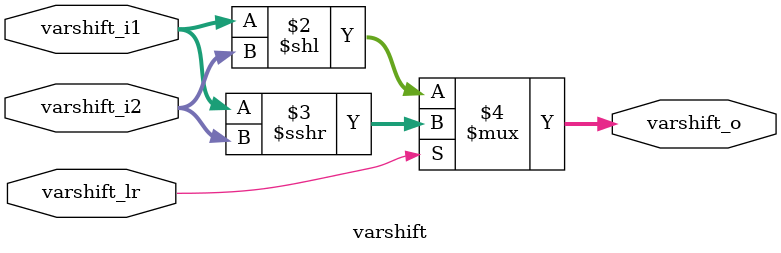
<source format=v>
module varshift #(
  parameter WIDTH=64
) (
  input  wire varshift_lr,
  input  wire [WIDTH-1:0] varshift_i1, varshift_i2,
  output wire [WIDTH-1:0] varshift_o
);

  /************************* internal signals *************************/
  /************************* internal signals *************************/



  /************************* architecture *************************/

  // combinational logic
  assign varshift_o = ~varshift_lr ? ($signed(varshift_i1) << $signed(varshift_i2)) : ($signed(varshift_i1) >>> $signed(varshift_i2)); // always asr?

  /************************* architecture *************************/
  
endmodule
</source>
